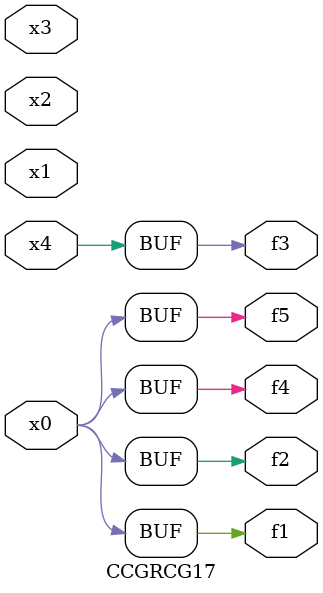
<source format=v>
module CCGRCG17(
	input x0, x1, x2, x3, x4,
	output f1, f2, f3, f4, f5
);
	assign f1 = x0;
	assign f2 = x0;
	assign f3 = x4;
	assign f4 = x0;
	assign f5 = x0;
endmodule

</source>
